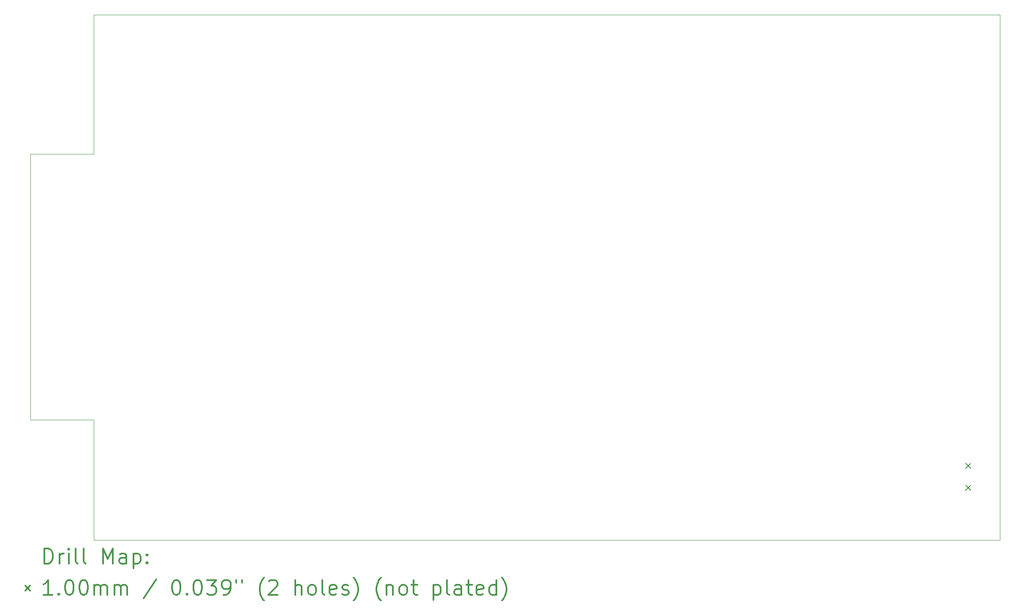
<source format=gbr>
%FSLAX45Y45*%
G04 Gerber Fmt 4.5, Leading zero omitted, Abs format (unit mm)*
G04 Created by KiCad (PCBNEW (5.1.4)-1) date 2020-06-08 02:01:42*
%MOMM*%
%LPD*%
G04 APERTURE LIST*
%ADD10C,0.050000*%
%ADD11C,0.200000*%
%ADD12C,0.300000*%
G04 APERTURE END LIST*
D10*
X25908000Y-14986000D02*
X7747000Y-14986000D01*
X25908000Y-4445000D02*
X25908000Y-14986000D01*
X25654000Y-4445000D02*
X25908000Y-4445000D01*
X7747000Y-4445000D02*
X25654000Y-4445000D01*
X7747000Y-7239000D02*
X7747000Y-4445000D01*
X6477000Y-7239000D02*
X7747000Y-7239000D01*
X6477000Y-12573000D02*
X6477000Y-7239000D01*
X7747000Y-12573000D02*
X6477000Y-12573000D01*
X7747000Y-14986000D02*
X7747000Y-12573000D01*
D11*
X25223000Y-13446000D02*
X25323000Y-13546000D01*
X25323000Y-13446000D02*
X25223000Y-13546000D01*
X25223000Y-13886000D02*
X25323000Y-13986000D01*
X25323000Y-13886000D02*
X25223000Y-13986000D01*
D12*
X6760928Y-15454214D02*
X6760928Y-15154214D01*
X6832357Y-15154214D01*
X6875214Y-15168500D01*
X6903786Y-15197071D01*
X6918071Y-15225643D01*
X6932357Y-15282786D01*
X6932357Y-15325643D01*
X6918071Y-15382786D01*
X6903786Y-15411357D01*
X6875214Y-15439929D01*
X6832357Y-15454214D01*
X6760928Y-15454214D01*
X7060928Y-15454214D02*
X7060928Y-15254214D01*
X7060928Y-15311357D02*
X7075214Y-15282786D01*
X7089500Y-15268500D01*
X7118071Y-15254214D01*
X7146643Y-15254214D01*
X7246643Y-15454214D02*
X7246643Y-15254214D01*
X7246643Y-15154214D02*
X7232357Y-15168500D01*
X7246643Y-15182786D01*
X7260928Y-15168500D01*
X7246643Y-15154214D01*
X7246643Y-15182786D01*
X7432357Y-15454214D02*
X7403786Y-15439929D01*
X7389500Y-15411357D01*
X7389500Y-15154214D01*
X7589500Y-15454214D02*
X7560928Y-15439929D01*
X7546643Y-15411357D01*
X7546643Y-15154214D01*
X7932357Y-15454214D02*
X7932357Y-15154214D01*
X8032357Y-15368500D01*
X8132357Y-15154214D01*
X8132357Y-15454214D01*
X8403786Y-15454214D02*
X8403786Y-15297071D01*
X8389500Y-15268500D01*
X8360928Y-15254214D01*
X8303786Y-15254214D01*
X8275214Y-15268500D01*
X8403786Y-15439929D02*
X8375214Y-15454214D01*
X8303786Y-15454214D01*
X8275214Y-15439929D01*
X8260928Y-15411357D01*
X8260928Y-15382786D01*
X8275214Y-15354214D01*
X8303786Y-15339929D01*
X8375214Y-15339929D01*
X8403786Y-15325643D01*
X8546643Y-15254214D02*
X8546643Y-15554214D01*
X8546643Y-15268500D02*
X8575214Y-15254214D01*
X8632357Y-15254214D01*
X8660928Y-15268500D01*
X8675214Y-15282786D01*
X8689500Y-15311357D01*
X8689500Y-15397071D01*
X8675214Y-15425643D01*
X8660928Y-15439929D01*
X8632357Y-15454214D01*
X8575214Y-15454214D01*
X8546643Y-15439929D01*
X8818071Y-15425643D02*
X8832357Y-15439929D01*
X8818071Y-15454214D01*
X8803786Y-15439929D01*
X8818071Y-15425643D01*
X8818071Y-15454214D01*
X8818071Y-15268500D02*
X8832357Y-15282786D01*
X8818071Y-15297071D01*
X8803786Y-15282786D01*
X8818071Y-15268500D01*
X8818071Y-15297071D01*
X6374500Y-15898500D02*
X6474500Y-15998500D01*
X6474500Y-15898500D02*
X6374500Y-15998500D01*
X6918071Y-16084214D02*
X6746643Y-16084214D01*
X6832357Y-16084214D02*
X6832357Y-15784214D01*
X6803786Y-15827071D01*
X6775214Y-15855643D01*
X6746643Y-15869929D01*
X7046643Y-16055643D02*
X7060928Y-16069929D01*
X7046643Y-16084214D01*
X7032357Y-16069929D01*
X7046643Y-16055643D01*
X7046643Y-16084214D01*
X7246643Y-15784214D02*
X7275214Y-15784214D01*
X7303786Y-15798500D01*
X7318071Y-15812786D01*
X7332357Y-15841357D01*
X7346643Y-15898500D01*
X7346643Y-15969929D01*
X7332357Y-16027071D01*
X7318071Y-16055643D01*
X7303786Y-16069929D01*
X7275214Y-16084214D01*
X7246643Y-16084214D01*
X7218071Y-16069929D01*
X7203786Y-16055643D01*
X7189500Y-16027071D01*
X7175214Y-15969929D01*
X7175214Y-15898500D01*
X7189500Y-15841357D01*
X7203786Y-15812786D01*
X7218071Y-15798500D01*
X7246643Y-15784214D01*
X7532357Y-15784214D02*
X7560928Y-15784214D01*
X7589500Y-15798500D01*
X7603786Y-15812786D01*
X7618071Y-15841357D01*
X7632357Y-15898500D01*
X7632357Y-15969929D01*
X7618071Y-16027071D01*
X7603786Y-16055643D01*
X7589500Y-16069929D01*
X7560928Y-16084214D01*
X7532357Y-16084214D01*
X7503786Y-16069929D01*
X7489500Y-16055643D01*
X7475214Y-16027071D01*
X7460928Y-15969929D01*
X7460928Y-15898500D01*
X7475214Y-15841357D01*
X7489500Y-15812786D01*
X7503786Y-15798500D01*
X7532357Y-15784214D01*
X7760928Y-16084214D02*
X7760928Y-15884214D01*
X7760928Y-15912786D02*
X7775214Y-15898500D01*
X7803786Y-15884214D01*
X7846643Y-15884214D01*
X7875214Y-15898500D01*
X7889500Y-15927071D01*
X7889500Y-16084214D01*
X7889500Y-15927071D02*
X7903786Y-15898500D01*
X7932357Y-15884214D01*
X7975214Y-15884214D01*
X8003786Y-15898500D01*
X8018071Y-15927071D01*
X8018071Y-16084214D01*
X8160928Y-16084214D02*
X8160928Y-15884214D01*
X8160928Y-15912786D02*
X8175214Y-15898500D01*
X8203786Y-15884214D01*
X8246643Y-15884214D01*
X8275214Y-15898500D01*
X8289500Y-15927071D01*
X8289500Y-16084214D01*
X8289500Y-15927071D02*
X8303786Y-15898500D01*
X8332357Y-15884214D01*
X8375214Y-15884214D01*
X8403786Y-15898500D01*
X8418071Y-15927071D01*
X8418071Y-16084214D01*
X9003786Y-15769929D02*
X8746643Y-16155643D01*
X9389500Y-15784214D02*
X9418071Y-15784214D01*
X9446643Y-15798500D01*
X9460928Y-15812786D01*
X9475214Y-15841357D01*
X9489500Y-15898500D01*
X9489500Y-15969929D01*
X9475214Y-16027071D01*
X9460928Y-16055643D01*
X9446643Y-16069929D01*
X9418071Y-16084214D01*
X9389500Y-16084214D01*
X9360928Y-16069929D01*
X9346643Y-16055643D01*
X9332357Y-16027071D01*
X9318071Y-15969929D01*
X9318071Y-15898500D01*
X9332357Y-15841357D01*
X9346643Y-15812786D01*
X9360928Y-15798500D01*
X9389500Y-15784214D01*
X9618071Y-16055643D02*
X9632357Y-16069929D01*
X9618071Y-16084214D01*
X9603786Y-16069929D01*
X9618071Y-16055643D01*
X9618071Y-16084214D01*
X9818071Y-15784214D02*
X9846643Y-15784214D01*
X9875214Y-15798500D01*
X9889500Y-15812786D01*
X9903786Y-15841357D01*
X9918071Y-15898500D01*
X9918071Y-15969929D01*
X9903786Y-16027071D01*
X9889500Y-16055643D01*
X9875214Y-16069929D01*
X9846643Y-16084214D01*
X9818071Y-16084214D01*
X9789500Y-16069929D01*
X9775214Y-16055643D01*
X9760928Y-16027071D01*
X9746643Y-15969929D01*
X9746643Y-15898500D01*
X9760928Y-15841357D01*
X9775214Y-15812786D01*
X9789500Y-15798500D01*
X9818071Y-15784214D01*
X10018071Y-15784214D02*
X10203786Y-15784214D01*
X10103786Y-15898500D01*
X10146643Y-15898500D01*
X10175214Y-15912786D01*
X10189500Y-15927071D01*
X10203786Y-15955643D01*
X10203786Y-16027071D01*
X10189500Y-16055643D01*
X10175214Y-16069929D01*
X10146643Y-16084214D01*
X10060928Y-16084214D01*
X10032357Y-16069929D01*
X10018071Y-16055643D01*
X10346643Y-16084214D02*
X10403786Y-16084214D01*
X10432357Y-16069929D01*
X10446643Y-16055643D01*
X10475214Y-16012786D01*
X10489500Y-15955643D01*
X10489500Y-15841357D01*
X10475214Y-15812786D01*
X10460928Y-15798500D01*
X10432357Y-15784214D01*
X10375214Y-15784214D01*
X10346643Y-15798500D01*
X10332357Y-15812786D01*
X10318071Y-15841357D01*
X10318071Y-15912786D01*
X10332357Y-15941357D01*
X10346643Y-15955643D01*
X10375214Y-15969929D01*
X10432357Y-15969929D01*
X10460928Y-15955643D01*
X10475214Y-15941357D01*
X10489500Y-15912786D01*
X10603786Y-15784214D02*
X10603786Y-15841357D01*
X10718071Y-15784214D02*
X10718071Y-15841357D01*
X11160928Y-16198500D02*
X11146643Y-16184214D01*
X11118071Y-16141357D01*
X11103786Y-16112786D01*
X11089500Y-16069929D01*
X11075214Y-15998500D01*
X11075214Y-15941357D01*
X11089500Y-15869929D01*
X11103786Y-15827071D01*
X11118071Y-15798500D01*
X11146643Y-15755643D01*
X11160928Y-15741357D01*
X11260928Y-15812786D02*
X11275214Y-15798500D01*
X11303786Y-15784214D01*
X11375214Y-15784214D01*
X11403786Y-15798500D01*
X11418071Y-15812786D01*
X11432357Y-15841357D01*
X11432357Y-15869929D01*
X11418071Y-15912786D01*
X11246643Y-16084214D01*
X11432357Y-16084214D01*
X11789500Y-16084214D02*
X11789500Y-15784214D01*
X11918071Y-16084214D02*
X11918071Y-15927071D01*
X11903786Y-15898500D01*
X11875214Y-15884214D01*
X11832357Y-15884214D01*
X11803786Y-15898500D01*
X11789500Y-15912786D01*
X12103786Y-16084214D02*
X12075214Y-16069929D01*
X12060928Y-16055643D01*
X12046643Y-16027071D01*
X12046643Y-15941357D01*
X12060928Y-15912786D01*
X12075214Y-15898500D01*
X12103786Y-15884214D01*
X12146643Y-15884214D01*
X12175214Y-15898500D01*
X12189500Y-15912786D01*
X12203786Y-15941357D01*
X12203786Y-16027071D01*
X12189500Y-16055643D01*
X12175214Y-16069929D01*
X12146643Y-16084214D01*
X12103786Y-16084214D01*
X12375214Y-16084214D02*
X12346643Y-16069929D01*
X12332357Y-16041357D01*
X12332357Y-15784214D01*
X12603786Y-16069929D02*
X12575214Y-16084214D01*
X12518071Y-16084214D01*
X12489500Y-16069929D01*
X12475214Y-16041357D01*
X12475214Y-15927071D01*
X12489500Y-15898500D01*
X12518071Y-15884214D01*
X12575214Y-15884214D01*
X12603786Y-15898500D01*
X12618071Y-15927071D01*
X12618071Y-15955643D01*
X12475214Y-15984214D01*
X12732357Y-16069929D02*
X12760928Y-16084214D01*
X12818071Y-16084214D01*
X12846643Y-16069929D01*
X12860928Y-16041357D01*
X12860928Y-16027071D01*
X12846643Y-15998500D01*
X12818071Y-15984214D01*
X12775214Y-15984214D01*
X12746643Y-15969929D01*
X12732357Y-15941357D01*
X12732357Y-15927071D01*
X12746643Y-15898500D01*
X12775214Y-15884214D01*
X12818071Y-15884214D01*
X12846643Y-15898500D01*
X12960928Y-16198500D02*
X12975214Y-16184214D01*
X13003786Y-16141357D01*
X13018071Y-16112786D01*
X13032357Y-16069929D01*
X13046643Y-15998500D01*
X13046643Y-15941357D01*
X13032357Y-15869929D01*
X13018071Y-15827071D01*
X13003786Y-15798500D01*
X12975214Y-15755643D01*
X12960928Y-15741357D01*
X13503786Y-16198500D02*
X13489500Y-16184214D01*
X13460928Y-16141357D01*
X13446643Y-16112786D01*
X13432357Y-16069929D01*
X13418071Y-15998500D01*
X13418071Y-15941357D01*
X13432357Y-15869929D01*
X13446643Y-15827071D01*
X13460928Y-15798500D01*
X13489500Y-15755643D01*
X13503786Y-15741357D01*
X13618071Y-15884214D02*
X13618071Y-16084214D01*
X13618071Y-15912786D02*
X13632357Y-15898500D01*
X13660928Y-15884214D01*
X13703786Y-15884214D01*
X13732357Y-15898500D01*
X13746643Y-15927071D01*
X13746643Y-16084214D01*
X13932357Y-16084214D02*
X13903786Y-16069929D01*
X13889500Y-16055643D01*
X13875214Y-16027071D01*
X13875214Y-15941357D01*
X13889500Y-15912786D01*
X13903786Y-15898500D01*
X13932357Y-15884214D01*
X13975214Y-15884214D01*
X14003786Y-15898500D01*
X14018071Y-15912786D01*
X14032357Y-15941357D01*
X14032357Y-16027071D01*
X14018071Y-16055643D01*
X14003786Y-16069929D01*
X13975214Y-16084214D01*
X13932357Y-16084214D01*
X14118071Y-15884214D02*
X14232357Y-15884214D01*
X14160928Y-15784214D02*
X14160928Y-16041357D01*
X14175214Y-16069929D01*
X14203786Y-16084214D01*
X14232357Y-16084214D01*
X14560928Y-15884214D02*
X14560928Y-16184214D01*
X14560928Y-15898500D02*
X14589500Y-15884214D01*
X14646643Y-15884214D01*
X14675214Y-15898500D01*
X14689500Y-15912786D01*
X14703786Y-15941357D01*
X14703786Y-16027071D01*
X14689500Y-16055643D01*
X14675214Y-16069929D01*
X14646643Y-16084214D01*
X14589500Y-16084214D01*
X14560928Y-16069929D01*
X14875214Y-16084214D02*
X14846643Y-16069929D01*
X14832357Y-16041357D01*
X14832357Y-15784214D01*
X15118071Y-16084214D02*
X15118071Y-15927071D01*
X15103786Y-15898500D01*
X15075214Y-15884214D01*
X15018071Y-15884214D01*
X14989500Y-15898500D01*
X15118071Y-16069929D02*
X15089500Y-16084214D01*
X15018071Y-16084214D01*
X14989500Y-16069929D01*
X14975214Y-16041357D01*
X14975214Y-16012786D01*
X14989500Y-15984214D01*
X15018071Y-15969929D01*
X15089500Y-15969929D01*
X15118071Y-15955643D01*
X15218071Y-15884214D02*
X15332357Y-15884214D01*
X15260928Y-15784214D02*
X15260928Y-16041357D01*
X15275214Y-16069929D01*
X15303786Y-16084214D01*
X15332357Y-16084214D01*
X15546643Y-16069929D02*
X15518071Y-16084214D01*
X15460928Y-16084214D01*
X15432357Y-16069929D01*
X15418071Y-16041357D01*
X15418071Y-15927071D01*
X15432357Y-15898500D01*
X15460928Y-15884214D01*
X15518071Y-15884214D01*
X15546643Y-15898500D01*
X15560928Y-15927071D01*
X15560928Y-15955643D01*
X15418071Y-15984214D01*
X15818071Y-16084214D02*
X15818071Y-15784214D01*
X15818071Y-16069929D02*
X15789500Y-16084214D01*
X15732357Y-16084214D01*
X15703786Y-16069929D01*
X15689500Y-16055643D01*
X15675214Y-16027071D01*
X15675214Y-15941357D01*
X15689500Y-15912786D01*
X15703786Y-15898500D01*
X15732357Y-15884214D01*
X15789500Y-15884214D01*
X15818071Y-15898500D01*
X15932357Y-16198500D02*
X15946643Y-16184214D01*
X15975214Y-16141357D01*
X15989500Y-16112786D01*
X16003786Y-16069929D01*
X16018071Y-15998500D01*
X16018071Y-15941357D01*
X16003786Y-15869929D01*
X15989500Y-15827071D01*
X15975214Y-15798500D01*
X15946643Y-15755643D01*
X15932357Y-15741357D01*
M02*

</source>
